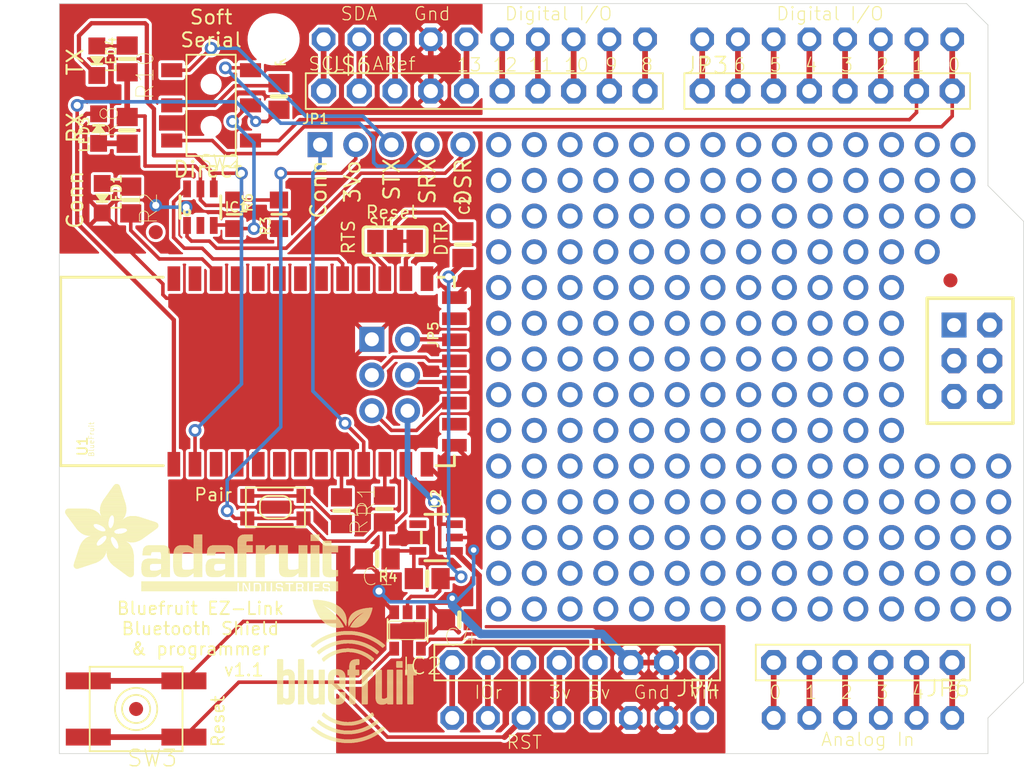
<source format=kicad_pcb>
(kicad_pcb (version 20221018) (generator pcbnew)
  (layers (0 "F.Cu" signal) (31 "B.Cu" signal) (34 "B.Paste" user) (35 "F.Paste" user) (36 "B.SilkS" user "B.Silkscreen") (37 "F.SilkS" user "F.Silkscreen") (38 "B.Mask" user) (39 "F.Mask" user) (44 "Edge.Cuts" user))
  (net 0 "")
  (net 1 "TXD")
  (net 2 "RXD")
  (net 3 "PAIR_LED")
  (net 4 "BT_RESET")
  (net 5 "DSR")
  (net 6 "GND")
  (net 7 "SPI_CS")
  (net 8 "SPI_MOSI")
  (net 9 "SPI_MISO")
  (net 10 "SPI_CLK")
  (net 11 "+5V")
  (net 12 "+3V3")
  (net 13 "PAIR_BTN")
  (net 14 "N$2")
  (net 15 "RXD_5V")
  (net 16 "PAIR_2")
  (net 17 "DTR")
  (net 18 "DSR_5V")
  (net 19 "N$6")
  (net 20 "N$10")
  (net 21 "RTS")
  (net 22 "RTS/DTR")
  (net 23 "STATE")
  (net 24 "D0")
  (net 25 "D1")
  (net 26 "SRX")
  (net 27 "N$8")
  (net 28 "N$9")
  (net 29 "N$11")
  (net 30 "N$12")
  (net 31 "N$13")
  (net 32 "N$14")
  (net 33 "N$15")
  (net 34 "N$16")
  (net 35 "N$17")
  (net 36 "N$18")
  (net 37 "N$19")
  (net 38 "N$20")
  (net 39 "N$21")
  (net 40 "N$22")
  (net 41 "N$23")
  (net 42 "N$24")
  (net 43 "N$25")
  (net 44 "N$27")
  (net 45 "N$28")
  (net 46 "N$29")
  (net 47 "N$30")
  (net 48 "N$31")
  (net 49 "N$32")
  (net 50 "N$26")
  (net 51 "N$33")
  (net 52 "N$34")
  (net 53 "N$35")
  (net 54 "N$36")
  (net 55 "N$37")
  (net 56 "N$38")
  (net 57 "N$39")
  (net 58 "N$40")
  (net 59 "N$41")
  (net 60 "N$42")
  (net 61 "N$43")
  (net 62 "N$44")
  (net 63 "N$45")
  (net 64 "N$46")
  (net 65 "N$47")
  (net 66 "N$48")
  (net 67 "N$49")
  (net 68 "N$50")
  (net 69 "N$51")
  (net 70 "N$52")
  (net 71 "N$53")
  (net 72 "N$54")
  (net 73 "N$55")
  (net 74 "N$56")
  (net 75 "N$57")
  (net 76 "N$58")
  (net 77 "N$59")
  (net 78 "N$60")
  (net 79 "N$63")
  (net 80 "N$64")
  (net 81 "N$65")
  (net 82 "N$66")
  (net 83 "N$67")
  (net 84 "N$68")
  (net 85 "N$69")
  (net 86 "N$70")
  (net 87 "N$71")
  (net 88 "N$72")
  (net 89 "N$73")
  (net 90 "N$74")
  (net 91 "N$75")
  (net 92 "N$76")
  (net 93 "N$77")
  (net 94 "N$78")
  (net 95 "N$79")
  (net 96 "N$80")
  (net 97 "N$81")
  (net 98 "N$82")
  (net 99 "N$83")
  (net 100 "N$84")
  (net 101 "N$85")
  (net 102 "N$86")
  (net 103 "N$87")
  (net 104 "N$88")
  (net 105 "N$89")
  (net 106 "N$90")
  (net 107 "N$91")
  (net 108 "N$92")
  (net 109 "N$93")
  (net 110 "N$94")
  (net 111 "N$95")
  (net 112 "N$96")
  (net 113 "N$97")
  (net 114 "N$98")
  (net 115 "N$99")
  (net 116 "N$100")
  (net 117 "N$101")
  (net 118 "N$102")
  (net 119 "N$103")
  (net 120 "N$104")
  (net 121 "N$105")
  (net 122 "N$106")
  (net 123 "N$107")
  (net 124 "N$108")
  (net 125 "N$109")
  (net 126 "N$110")
  (net 127 "N$111")
  (net 128 "N$112")
  (net 129 "N$113")
  (net 130 "N$114")
  (net 131 "N$115")
  (net 132 "N$116")
  (net 133 "N$117")
  (net 134 "N$118")
  (net 135 "N$119")
  (net 136 "N$120")
  (net 137 "N$121")
  (net 138 "N$122")
  (net 139 "N$123")
  (net 140 "N$124")
  (net 141 "N$125")
  (net 142 "N$126")
  (net 143 "N$127")
  (net 144 "N$128")
  (net 145 "N$129")
  (net 146 "N$130")
  (net 147 "N$131")
  (net 148 "N$132")
  (net 149 "N$133")
  (net 150 "N$134")
  (net 151 "N$135")
  (net 152 "N$136")
  (net 153 "N$137")
  (net 154 "N$138")
  (net 155 "N$139")
  (net 156 "N$140")
  (net 157 "N$141")
  (net 158 "N$142")
  (net 159 "N$143")
  (net 160 "N$144")
  (net 161 "N$145")
  (net 162 "N$146")
  (net 163 "N$147")
  (net 164 "N$148")
  (net 165 "N$149")
  (net 166 "N$150")
  (net 167 "N$151")
  (net 168 "N$152")
  (net 169 "N$153")
  (net 170 "N$154")
  (net 171 "N$155")
  (net 172 "N$156")
  (net 173 "N$157")
  (net 174 "N$158")
  (net 175 "N$159")
  (net 176 "N$160")
  (net 177 "N$161")
  (net 178 "N$162")
  (net 179 "N$163")
  (net 180 "N$164")
  (net 181 "N$165")
  (net 182 "N$166")
  (net 183 "N$167")
  (net 184 "N$168")
  (net 185 "N$169")
  (net 186 "N$170")
  (net 187 "N$171")
  (net 188 "N$172")
  (net 189 "N$173")
  (net 190 "N$174")
  (net 191 "N$175")
  (net 192 "N$176")
  (net 193 "N$177")
  (net 194 "N$178")
  (net 195 "N$179")
  (net 196 "N$180")
  (net 197 "N$181")
  (net 198 "N$182")
  (net 199 "N$183")
  (net 200 "N$184")
  (net 201 "N$185")
  (net 202 "N$186")
  (net 203 "N$187")
  (net 204 "N$188")
  (net 205 "N$189")
  (net 206 "N$190")
  (net 207 "N$191")
  (net 208 "N$192")
  (net 209 "N$193")
  (net 210 "N$194")
  (net 211 "N$195")
  (net 212 "N$196")
  (net 213 "N$197")
  (net 214 "N$198")
  (net 215 "N$199")
  (net 216 "N$200")
  (net 217 "N$201")
  (net 218 "N$202")
  (net 219 "N$203")
  (net 220 "N$204")
  (net 221 "N$205")
  (net 222 "N$206")
  (net 223 "N$207")
  (net 224 "N$208")
  (net 225 "N$209")
  (net 226 "N$210")
  (net 227 "N$211")
  (net 228 "N$212")
  (net 229 "N$213")
  (net 230 "N$214")
  (net 231 "N$215")
  (net 232 "N$216")
  (net 233 "N$217")
  (net 234 "N$218")
  (net 235 "N$219")
  (net 236 "N$220")
  (net 237 "N$221")
  (net 238 "N$222")
  (net 239 "N$223")
  (net 240 "/RESET")
  (net 241 "N$1")
  (net 242 "N$3")
  (net 243 "N$4")
  (net 244 "N$5")
  (net 245 "STX")
  (footprint "working:SOT23-5" (layer "F.Cu") (at 138.9761 122.9106 180)
    (fp_text reference "IC2")
    (fp_text value "74AHC1G07DBV")
  )
  (footprint "working:SOT23-5" (layer "F.Cu") (at 141.0081 116.3066 90)
    (fp_text reference "U2")
    (fp_text value "MIC5225-3.3")
  )
  (footprint "working:1X08-BIG" (layer "F.Cu") (at 151.0411 125.1966 180)
    (fp_text reference "JP4")
    (fp_text value "")
  )
  (footprint "working:0805-NO" (layer "F.Cu") (at 119.0371 87.3506 90)
    (fp_text reference "R8")
    (fp_text value "220")
  )
  (footprint "" (layer "F.Cu") (at 180.2511 96.1136)
    (fp_text reference "@HOLE0" hide)
    (fp_text value "")
  )
  (footprint "working:0805-NO" (layer "F.Cu") (at 142.9131 95.4786 90)
    (fp_text reference "C2")
    (fp_text value "2.2uF")
  )
  (footprint "working:1X10-BIG" (layer "F.Cu") (at 144.4371 84.5566)
    (fp_text reference "U$6")
    (fp_text value "PINHD-1X10")
  )
  (footprint "working:0805-NO" (layer "F.Cu") (at 137.3251 114.2746 90)
    (fp_text reference "R1")
    (fp_text value "10K")
  )
  (footprint "working:EVQ-Q2" (layer "F.Cu") (at 119.6721 128.4986 180)
    (fp_text reference "SW3")
    (fp_text value "SPST_TACT-EVQQ2")
  )
  (footprint "working:0805-NO" (layer "F.Cu") (at 140.3731 119.2276 180)
    (fp_text reference "R4")
    (fp_text value "10K")
  )
  (footprint "working:EG1390" (layer "F.Cu") (at 125.0061 85.5726 90)
    (fp_text reference "SW2")
    (fp_text value "")
  )
  (footprint "working:ADAFRUIT_TEXT_20MM" (layer "F.Cu") (at 114.4651 120.1166)
    (fp_text reference "U$7" hide)
    (fp_text value "" hide)
  )
  (footprint "working:CHIPLED_0805_NOOUTLINE" (layer "F.Cu") (at 117.0051 87.2236)
    (fp_text reference "LED3")
    (fp_text value "Blue")
  )
  (footprint "" (layer "F.Cu") (at 128.1811 129.1336)
    (fp_text reference "@HOLE2" hide)
    (fp_text value "")
  )
  (footprint "working:SOT23-6" (layer "F.Cu") (at 124.2441 92.8116)
    (fp_text reference "IC1")
    (fp_text value "74LVC2G34DBVR")
  )
  (footprint "working:0805-NO" (layer "F.Cu") (at 136.8171 117.8306 180)
    (fp_text reference "C1")
    (fp_text value "10uF")
  )
  (footprint "working:_0805MP" (layer "F.Cu") (at 126.6571 93.3196 -90)
    (fp_text reference "R6")
    (fp_text value "10K")
  )
  (footprint "working:_0805MP" (layer "F.Cu") (at 129.8321 93.3196 90)
    (fp_text reference "R3")
    (fp_text value "10K")
  )
  (footprint "working:FIDUCIAL_1MM" (layer "F.Cu") (at 177.5841 98.0186)
    (fp_text reference "FID2" hide)
    (fp_text value "FIDUCIAL\"\"" hide)
  )
  (footprint "working:SOLDERJUMPER_2WAY_OPEN_NOPASTE" (layer "F.Cu") (at 138.0871 95.2246)
    (fp_text reference "SJ1")
    (fp_text value "")
  )
  (footprint "working:1X06-BIG" (layer "F.Cu") (at 171.3611 125.1966 180)
    (fp_text reference "JP6")
    (fp_text value "")
  )
  (footprint "working:CHIPLED_0805_NOOUTLINE" (layer "F.Cu") (at 116.8781 82.3976 180)
    (fp_text reference "LED4")
    (fp_text value "Blue")
  )
  (footprint "working:CHIPLED_0805_NOOUTLINE" (layer "F.Cu") (at 117.2591 92.1766 180)
    (fp_text reference "LED1")
    (fp_text value "RED")
  )
  (footprint "working:0805-NO" (layer "F.Cu") (at 129.8321 84.9376 90)
    (fp_text reference "R7")
    (fp_text value "47 ohm")
  )
  (footprint "working:0805-NO" (layer "F.Cu") (at 134.2771 114.4016 -90)
    (fp_text reference "R5")
    (fp_text value "2.2K")
  )
  (footprint "working:0805-NO" (layer "F.Cu") (at 142.6591 122.1486 180)
    (fp_text reference "C4")
    (fp_text value "10uF")
  )
  (footprint "working:ARDUINOR3_ICSP" (layer "F.Cu") (at 114.2111 131.6736)
    (fp_text reference "U$5" hide)
    (fp_text value "ARDUINO_R3_ICSP" hide)
    (fp_line (start 0 -53.34) (end 0 0) (stroke (width 0.05)) (layer "Edge.Cuts"))
    (fp_line (start 0 0) (end 66.04 0) (stroke (width 0.05)) (layer "Edge.Cuts"))
    (fp_line (start 64.516 -53.34) (end 0 -53.34) (stroke (width 0.05)) (layer "Edge.Cuts"))
    (fp_line (start 66.04 -51.816) (end 64.516 -53.34) (stroke (width 0.05)) (layer "Edge.Cuts"))
    (fp_line (start 66.04 -40.386) (end 66.04 -51.816) (stroke (width 0.05)) (layer "Edge.Cuts"))
    (fp_line (start 66.04 -2.54) (end 68.58 -5.08) (stroke (width 0.05)) (layer "Edge.Cuts"))
    (fp_line (start 66.04 0) (end 66.04 -2.54) (stroke (width 0.05)) (layer "Edge.Cuts"))
    (fp_line (start 68.58 -37.846) (end 66.04 -40.386) (stroke (width 0.05)) (layer "Edge.Cuts"))
    (fp_line (start 68.58 -5.08) (end 68.58 -37.846) (stroke (width 0.05)) (layer "Edge.Cuts"))
  )
  (footprint "working:BLUEFRUITLOGO_100MM" (layer "F.Cu") (at 129.7051 130.9116)
    (fp_text reference "U$4" hide)
    (fp_text value "" hide)
  )
  (footprint "working:BLUETOOTH_MODULE" (layer "F.Cu") (at 128.3081 104.4956 90)
    (fp_text reference "U1")
    (fp_text value "BlueFruit")
  )
  (footprint "working:FIDUCIAL_1MM" (layer "F.Cu") (at 119.6721 128.4986)
    (fp_text reference "FID1" hide)
    (fp_text value "FIDUCIAL\"\"" hide)
  )
  (footprint "working:FIDUCIAL_1MM" (layer "F.Cu") (at 121.0691 94.5896)
    (fp_text reference "FID3" hide)
    (fp_text value "FIDUCIAL\"\"" hide)
  )
  (footprint "working:0805-NO" (layer "F.Cu") (at 119.2911 92.3036 -90)
    (fp_text reference "R2")
    (fp_text value "1K")
  )
  (footprint "working:1X08-BIG" (layer "F.Cu") (at 168.8211 84.5566)
    (fp_text reference "JP3")
    (fp_text value "")
  )
  (footprint "working:2X03_ROUND_70MIL" (layer "F.Cu") (at 137.7061 104.7496 -90)
    (fp_text reference "JP5")
    (fp_text value "")
  )
  (footprint "working:0805-NO" (layer "F.Cu") (at 119.0371 82.2706 -90)
    (fp_text reference "R10")
    (fp_text value "220")
  )
  (footprint "working:1X05_ROUND_70" (layer "F.Cu") (at 137.8331 88.3666)
    (fp_text reference "JP1")
    (fp_text value "")
  )
  (footprint "working:KMR2" (layer "F.Cu") (at 129.5781 114.1476 180)
    (fp_text reference "SW1" hide)
    (fp_text value "SPST_TACT-KMR2" hide)
  )
  (footprint "" (layer "F.Cu") (at 129.4511 80.8736)
    (fp_text reference "@HOLE1" hide)
    (fp_text value "")
  )
  (gr_line (start 175.9331 99.2886) (end 175.9331 108.1786) (stroke (width 0.254)) (layer "F.SilkS"))
  (gr_line (start 182.0291 108.1786) (end 182.0291 99.2886) (stroke (width 0.254)) (layer "F.SilkS"))
  (gr_line (start 182.0291 99.2886) (end 175.9331 99.2886) (stroke (width 0.254)) (layer "F.SilkS"))
  (gr_line (start 175.9331 108.1786) (end 182.0291 108.1786) (stroke (width 0.254)) (layer "F.SilkS"))
  (gr_text "TX" (at 115.9891 83.5406 90) (layer "F.SilkS") (effects (font (size 1.1176 1.1176) (thickness 0.1524)) (justify left bottom)))
  (gr_text "Direct" (at 122.2121 90.7796) (layer "F.SilkS") (effects (font (size 1.1176 1.1176) (thickness 0.1524)) (justify left bottom)))
  (gr_text "DTR" (at 141.8971 96.3676 90) (layer "F.SilkS") (effects (font (size 0.89408 0.89408) (thickness 0.12192)) (justify left bottom)))
  (gr_text "DSR" (at 142.2781 89.2556 90) (layer "F.SilkS") (effects (font (size 1.1176 1.1176) (thickness 0.1524)) (justify right top)))
  (gr_text "Conn" (at 131.9911 89.3826 90) (layer "F.SilkS") (effects (font (size 1.1176 1.1176) (thickness 0.1524)) (justify right top)))
  (gr_text "Conn" (at 115.9891 94.4626 90) (layer "F.SilkS") (effects (font (size 1.1176 1.1176) (thickness 0.1524)) (justify left bottom)))
  (gr_text "v1.1" (at 128.8161 125.1966) (layer "F.SilkS") (effects (font (size 0.89408 0.89408) (thickness 0.12192)) (justify right top)))
  (gr_text "STX" (at 137.1981 89.2556 90) (layer "F.SilkS") (effects (font (size 1.1176 1.1176) (thickness 0.1524)) (justify right top)))
  (gr_text "SRX" (at 139.7381 89.2556 90) (layer "F.SilkS") (effects (font (size 1.1176 1.1176) (thickness 0.1524)) (justify right top)))
  (gr_text "Pair" (at 123.7361 113.2586) (layer "F.SilkS") (effects (font (size 0.89408 0.89408) (thickness 0.12192)) (justify left)))
  (gr_text "Reset" (at 126.0221 131.2926 90) (layer "F.SilkS") (effects (font (size 0.89408 0.89408) (thickness 0.12192)) (justify left bottom)))
  (gr_text "Bluefruit EZ-Link\nBluetooth Shield\n& programmer" (at 124.2441 122.7836) (layer "F.SilkS") (effects (font (size 0.89408 0.89408) (thickness 0.12192))))
  (gr_text "RTS" (at 135.2931 96.2406 90) (layer "F.SilkS") (effects (font (size 0.89408 0.89408) (thickness 0.12192)) (justify left bottom)))
  (gr_text "RX" (at 115.9891 88.3666 90) (layer "F.SilkS") (effects (font (size 1.1176 1.1176) (thickness 0.1524)) (justify left bottom)))
  (gr_text "Reset" (at 135.9281 93.7006) (layer "F.SilkS") (effects (font (size 0.89408 0.89408) (thickness 0.12192)) (justify left bottom)))
  (gr_text "Soft\nSerial" (at 125.0061 80.1116) (layer "F.SilkS") (effects (font (size 1.00584 1.00584) (thickness 0.13716))))
  (gr_text "3Vo" (at 134.4041 89.3826 90) (layer "F.SilkS") (effects (font (size 1.1176 1.1176) (thickness 0.1524)) (justify right top)))
  (segment (start 129.0041 86.7156) (end 129.8321 85.8876) (width 0.254) (layer "F.Cu") (net 1))
  (segment (start 128.1811 86.7156) (end 129.0041 86.7156) (width 0.254) (layer "F.Cu") (net 1))
  (segment (start 115.4811 86.8426) (end 115.4811 93.9546) (width 0.3048) (layer "F.Cu") (net 1))
  (segment (start 117.0051 86.1736) (end 116.1501 86.1736) (width 0.3048) (layer "F.Cu") (net 1))
  (segment (start 115.4811 93.9546) (end 122.3581 100.8316) (width 0.3048) (layer "F.Cu") (net 1))
  (segment (start 116.1501 86.1736) (end 115.4811 86.8426) (width 0.3048) (layer "F.Cu") (net 1))
  (segment (start 115.4811 85.5726) (end 115.4811 86.8426) (width 0.254) (layer "F.Cu") (net 1))
  (segment (start 122.3581 100.8316) (end 122.3581 111.0956) (width 0.3048) (layer "F.Cu") (net 1))
  (via (at 115.4811 85.5726) (size 0.9064) (drill 0.5) (layers "F.Cu" "B.Cu") (net 1))
  (via (at 128.1811 86.7156) (size 0.8001) (drill 0.3937) (layers "F.Cu" "B.Cu") (net 1))
  (segment (start 126.7841 85.3186) (end 128.1811 86.7156) (width 0.254) (layer "B.Cu") (net 1))
  (segment (start 126.7841 85.3186) (end 115.7351 85.3186) (width 0.254) (layer "B.Cu") (net 1))
  (segment (start 115.7351 85.3186) (end 115.4811 85.5726) (width 0.254) (layer "B.Cu") (net 1))
  (segment (start 120.9421 89.1286) (end 123.8631 89.1286) (width 0.3048) (layer "F.Cu") (net 2))
  (segment (start 120.9421 85.8266) (end 120.9421 89.1286) (width 0.3048) (layer "F.Cu") (net 2))
  (segment (start 116.8781 83.4476) (end 115.6081 82.1776) (width 0.3048) (layer "F.Cu") (net 2))
  (segment (start 125.1941 90.4596) (end 125.1941 90.9066) (width 0.3048) (layer "F.Cu") (net 2))
  (segment (start 116.4971 79.7306) (end 120.3071 79.7306) (width 0.3048) (layer "F.Cu") (net 2))
  (segment (start 125.1941 90.3986) (end 125.1941 90.9066) (width 0.254) (layer "F.Cu") (net 2))
  (segment (start 125.1941 90.9066) (end 125.1941 91.5116) (width 0.3048) (layer "F.Cu") (net 2))
  (segment (start 115.6081 82.1776) (end 115.6081 80.6196) (width 0.3048) (layer "F.Cu") (net 2))
  (segment (start 120.4341 79.8576) (end 120.4341 85.3186) (width 0.3048) (layer "F.Cu") (net 2))
  (segment (start 123.8581 111.0956) (end 123.8631 111.0906) (width 0.254) (layer "F.Cu") (net 2))
  (segment (start 127.1651 90.3986) (end 125.1941 90.3986) (width 0.254) (layer "F.Cu") (net 2))
  (segment (start 120.3071 79.7306) (end 120.4341 79.8576) (width 0.3048) (layer "F.Cu") (net 2))
  (segment (start 123.8631 89.1286) (end 125.1941 90.4596) (width 0.3048) (layer "F.Cu") (net 2))
  (segment (start 123.8631 111.0906) (end 123.8631 108.6866) (width 0.254) (layer "F.Cu") (net 2))
  (segment (start 115.6081 80.6196) (end 116.4971 79.7306) (width 0.3048) (layer "F.Cu") (net 2))
  (segment (start 120.4341 85.3186) (end 120.9421 85.8266) (width 0.3048) (layer "F.Cu") (net 2))
  (via (at 123.8631 108.6866) (size 0.9064) (drill 0.5) (layers "F.Cu" "B.Cu") (net 2))
  (via (at 127.1651 90.3986) (size 0.9064) (drill 0.5) (layers "F.Cu" "B.Cu") (net 2))
  (segment (start 127.1651 105.3846) (end 127.1651 90.3986) (width 0.254) (layer "B.Cu") (net 2))
  (segment (start 123.8631 108.6866) (end 127.1651 105.3846) (width 0.254) (layer "B.Cu") (net 2))
  (segment (start 124.3711 96.4946) (end 121.3231 96.4946) (width 0.254) (layer "F.Cu") (net 3))
  (segment (start 125.3581 97.8956) (end 125.3581 97.4816) (width 0.254) (layer "F.Cu") (net 3))
  (segment (start 125.3581 97.4816) (end 124.3711 96.4946) (width 0.254) (layer "F.Cu") (net 3))
  (segment (start 121.3231 96.4946) (end 119.2911 94.4626) (width 0.254) (layer "F.Cu") (net 3))
  (segment (start 119.2911 94.4626) (end 119.2911 93.2536) (width 0.254) (layer "F.Cu") (net 3))
  (segment (start 137.3581 113.2916) (end 137.3581 111.0956) (width 0.254) (layer "F.Cu") (net 4))
  (segment (start 137.3251 113.3246) (end 137.3581 113.2916) (width 0.254) (layer "F.Cu") (net 4))
  (segment (start 122.3391 92.4306) (end 123.1011 91.6686) (width 0.254) (layer "F.Cu") (net 5))
  (segment (start 124.3711 95.7326) (end 123.1011 95.7326) (width 0.254) (layer "F.Cu") (net 5))
  (segment (start 123.1011 95.7326) (end 122.3391 94.9706) (width 0.254) (layer "F.Cu") (net 5))
  (segment (start 123.1011 91.6686) (end 123.1011 91.7046) (width 0.254) (layer "F.Cu") (net 5))
  (segment (start 125.1331 96.4946) (end 124.3711 95.7326) (width 0.254) (layer "F.Cu") (net 5))
  (segment (start 122.3391 94.9706) (end 122.3391 92.4306) (width 0.254) (layer "F.Cu") (net 5))
  (segment (start 134.0231 96.4946) (end 125.1331 96.4946) (width 0.254) (layer "F.Cu") (net 5))
  (segment (start 134.3581 96.8296) (end 134.0231 96.4946) (width 0.254) (layer "F.Cu") (net 5))
  (segment (start 134.3581 97.8956) (end 134.3581 96.8296) (width 0.254) (layer "F.Cu") (net 5))
  (segment (start 123.1011 91.7046) (end 123.2941 91.5116) (width 0.254) (layer "F.Cu") (net 5))
  (segment (start 154.8511 125.1966) (end 157.3911 125.1966) (width 0.4064) (layer "F.Cu") (net 6))
  (segment (start 136.9441 119.8626) (end 137.0711 119.7356) (width 0.254) (layer "F.Cu") (net 6))
  (segment (start 142.3082 116.3066) (end 143.6751 116.3066) (width 0.254) (layer "F.Cu") (net 6))
  (segment (start 143.6751 116.3066) (end 143.6751 117.1956) (width 0.254) (layer "F.Cu") (net 6))
  (segment (start 123.0721 126.4986) (end 127.2951 122.2756) (width 0.254) (layer "F.Cu") (net 6))
  (segment (start 121.5771 99.0346) (end 121.5771 98.2726) (width 0.254) (layer "F.Cu") (net 6))
  (segment (start 157.3911 125.1966) (end 157.3911 129.1336) (width 0.4064) (layer "F.Cu") (net 6))
  (segment (start 121.8311 99.2886) (end 121.5771 99.0346) (width 0.254) (layer "F.Cu") (net 6))
  (segment (start 136.9441 120.1166) (end 136.9441 119.8626) (width 0.254) (layer "F.Cu") (net 6))
  (segment (start 116.2721 126.4986) (end 123.0721 126.4986) (width 0.4064) (layer "F.Cu") (net 6))
  (segment (start 133.5151 99.2886) (end 121.8311 99.2886) (width 0.254) (layer "F.Cu") (net 6))
  (segment (start 127.2951 122.2756) (end 134.1501 122.2756) (width 0.254) (layer "F.Cu") (net 6))
  (segment (start 121.5771 98.2726) (end 118.5291 95.2246) (width 0.254) (layer "F.Cu") (net 6))
  (segment (start 140.6271 80.8736) (end 140.6271 84.5566) (width 0.4064) (layer "F.Cu") (net 6))
  (segment (start 136.4361 102.2096) (end 133.5151 99.2886) (width 0.254) (layer "F.Cu") (net 6))
  (segment (start 121.0691 92.6846) (end 120.8151 92.6846) (width 0.254) (layer "F.Cu") (net 6))
  (via (at 143.6751 117.1956) (size 0.8001) (drill 0.3937) (layers "F.Cu" "B.Cu") (net 6))
  (via (at 142.1511 120.6246) (size 0.8001) (drill 0.3937) (layers "F.Cu" "B.Cu") (net 6))
  (via (at 123.2281 92.8116) (size 0.9064) (drill 0.5) (layers "F.Cu" "B.Cu") (net 6))
  (via (at 121.0691 92.6846) (size 0.9064) (drill 0.5) (layers "F.Cu" "B.Cu") (net 6))
  (via (at 136.9441 120.1166) (size 0.9064) (drill 0.5) (layers "F.Cu" "B.Cu") (net 6))
  (segment (start 152.8191 123.1646) (end 144.1831 123.1646) (width 0.6096) (layer "B.Cu") (net 6))
  (segment (start 121.3231 92.6846) (end 121.0691 92.6846) (width 0.254) (layer "B.Cu") (net 6))
  (segment (start 142.4051 120.8786) (end 142.1511 120.6246) (width 0.254) (layer "B.Cu") (net 6))
  (segment (start 142.1511 121.1326) (end 142.1511 120.6246) (width 0.6096) (layer "B.Cu") (net 6))
  (segment (start 121.4501 92.8116) (end 121.3231 92.6846) (width 0.254) (layer "B.Cu") (net 6))
  (segment (start 137.7061 120.8786) (end 136.9441 120.1166) (width 0.254) (layer "B.Cu") (net 6))
  (segment (start 143.6751 119.6086) (end 143.6751 117.1956) (width 0.254) (layer "B.Cu") (net 6))
  (segment (start 154.8511 125.1966) (end 152.8191 123.1646) (width 0.6096) (layer "B.Cu") (net 6))
  (segment (start 142.4051 120.8786) (end 143.6751 119.6086) (width 0.254) (layer "B.Cu") (net 6))
  (segment (start 137.7061 120.8786) (end 142.4051 120.8786) (width 0.254) (layer "B.Cu") (net 6))
  (segment (start 144.1831 123.1646) (end 142.1511 121.1326) (width 0.6096) (layer "B.Cu") (net 6))
  (segment (start 123.2281 92.8116) (end 121.4501 92.8116) (width 0.254) (layer "B.Cu") (net 6))
  (segment (start 137.8331 108.6866) (end 139.6111 108.6866) (width 0.254) (layer "F.Cu") (net 7))
  (segment (start 139.6111 108.6866) (end 141.5521 106.7456) (width 0.254) (layer "F.Cu") (net 7))
  (segment (start 136.4361 107.2896) (end 137.8331 108.6866) (width 0.254) (layer "F.Cu") (net 7))
  (segment (start 141.5521 106.7456) (end 142.3081 106.7456) (width 0.254) (layer "F.Cu") (net 7))
  (segment (start 139.4721 105.2456) (end 142.3081 105.2456) (width 0.3048) (layer "F.Cu") (net 8))
  (segment (start 138.9761 104.7496) (end 139.4721 105.2456) (width 0.3048) (layer "F.Cu") (net 8))
  (segment (start 137.9601 103.4796) (end 140.2461 103.4796) (width 0.254) (layer "F.Cu") (net 9))
  (segment (start 136.4361 104.7496) (end 136.6901 104.7496) (width 0.254) (layer "F.Cu") (net 9))
  (segment (start 140.5121 103.7456) (end 142.3081 103.7456) (width 0.254) (layer "F.Cu") (net 9))
  (segment (start 136.6901 104.7496) (end 137.9601 103.4796) (width 0.254) (layer "F.Cu") (net 9))
  (segment (start 140.2461 103.4796) (end 140.5121 103.7456) (width 0.254) (layer "F.Cu") (net 9))
  (segment (start 142.4711 102.0826) (end 142.3081 102.2456) (width 0.3048) (layer "F.Cu") (net 10))
  (segment (start 142.9131 102.0826) (end 142.4711 102.0826) (width 0.3048) (layer "F.Cu") (net 10))
  (segment (start 138.9761 102.2096) (end 142.7861 102.2096) (width 0.3048) (layer "F.Cu") (net 10))
  (segment (start 142.7861 102.2096) (end 142.9131 102.0826) (width 0.3048) (layer "F.Cu") (net 10))
  (segment (start 142.3082 117.1956) (end 142.3082 117.2566) (width 0.254) (layer "F.Cu") (net 11))
  (segment (start 143.6091 122.1486) (end 143.8631 122.4026) (width 0.254) (layer "F.Cu") (net 11))
  (segment (start 139.9261 124.2106) (end 140.5911 123.5456) (width 0.254) (layer "F.Cu") (net 11))
  (segment (start 142.3082 117.2566) (end 144.0561 119.0045) (width 0.4064) (layer "F.Cu") (net 11))
  (segment (start 152.3111 125.1966) (end 152.3111 123.4186) (width 0.4064) (layer "F.Cu") (net 11))
  (segment (start 144.0561 119.0045) (end 144.0561 122.4026) (width 0.4064) (layer "F.Cu") (net 11))
  (segment (start 142.3082 115.3566) (end 141.2621 115.3566) (width 0.254) (layer "F.Cu") (net 11))
  (segment (start 141.2621 115.3566) (end 141.2621 117.1956) (width 0.254) (layer "F.Cu") (net 11))
  (segment (start 143.1671 123.1646) (end 144.0561 123.1646) (width 0.254) (layer "F.Cu") (net 11))
  (segment (start 143.8631 122.4026) (end 144.0561 122.4026) (width 0.254) (layer "F.Cu") (net 11))
  (segment (start 152.3111 129.1336) (end 152.3111 125.1966) (width 0.4064) (layer "F.Cu") (net 11))
  (segment (start 141.2621 117.1956) (end 142.3082 117.1956) (width 0.254) (layer "F.Cu") (net 11))
  (segment (start 140.5911 123.5456) (end 142.7861 123.5456) (width 0.254) (layer "F.Cu") (net 11))
  (segment (start 140.8811 113.7666) (end 141.2621 114.1476) (width 0.4064) (layer "F.Cu") (net 11))
  (segment (start 142.7861 123.5456) (end 143.1671 123.1646) (width 0.254) (layer "F.Cu") (net 11))
  (segment (start 152.3111 123.4186) (end 152.0571 123.1646) (width 0.4064) (layer "F.Cu") (net 11))
  (segment (start 141.2621 114.1476) (end 141.2621 115.3566) (width 0.4064) (layer "F.Cu") (net 11))
  (segment (start 152.0571 123.1646) (end 144.0561 123.1646) (width 0.4064) (layer "F.Cu") (net 11))
  (segment (start 144.0561 122.4026) (end 144.0561 123.1646) (width 0.4064) (layer "F.Cu") (net 11))
  (via (at 140.8811 113.7666) (size 0.9064) (drill 0.5) (layers "F.Cu" "B.Cu") (net 11))
  (segment (start 138.9761 107.2896) (end 138.9761 111.8616) (width 0.4064) (layer "B.Cu") (net 11))
  (segment (start 138.9761 111.8616) (end 140.8811 113.7666) (width 0.4064) (layer "B.Cu") (net 11))
  (segment (start 138.8491 114.5286) (end 138.1531 115.2246) (width 0.254) (layer "F.Cu") (net 12))
  (segment (start 137.3251 117.3886) (end 137.7671 117.8306) (width 0.254) (layer "F.Cu") (net 12))
  (segment (start 133.1911 116.5606) (end 135.9891 116.5606) (width 0.254) (layer "F.Cu") (net 12))
  (segment (start 138.8491 111.1046) (end 138.8491 114.5286) (width 0.254) (layer "F.Cu") (net 12))
  (segment (start 137.7671 118.0236) (end 137.7671 117.8306) (width 0.254) (layer "F.Cu") (net 12))
  (segment (start 127.5781 114.9476) (end 131.5781 114.9476) (width 0.254) (layer "F.Cu") (net 12))
  (segment (start 119.1031 86.3346) (end 119.0371 86.4006) (width 0.254) (layer "F.Cu") (net 12))
  (segment (start 138.3411 117.2566) (end 139.708 117.2566) (width 0.254) (layer "F.Cu") (net 12))
  (segment (start 120.3071 86.3346) (end 119.1031 86.3346) (width 0.254) (layer "F.Cu") (net 12))
  (segment (start 127.5781 114.9476) (end 126.6951 114.9476) (width 0.254) (layer "F.Cu") (net 12))
  (segment (start 138.1531 115.2246) (end 137.3251 115.2246) (width 0.254) (layer "F.Cu") (net 12))
  (segment (start 129.9591 90.3986) (end 134.2771 90.3986) (width 0.254) (layer "F.Cu") (net 12))
  (segment (start 137.3251 115.2246) (end 137.3251 117.3886) (width 0.254) (layer "F.Cu") (net 12))
  (segment (start 124.2441 91.5116) (end 124.2441 92.3036) (width 0.254) (layer "F.Cu") (net 12))
  (segment (start 129.9591 92.1766) (end 129.9591 90.3986) (width 0.254) (layer "F.Cu") (net 12))
  (segment (start 131.5781 114.9476) (end 133.1911 116.5606) (width 0.254) (layer "F.Cu") (net 12))
  (segment (start 139.708 117.2566) (end 139.4231 117.2566) (width 0.254) (layer "F.Cu") (net 12))
  (segment (start 119.0371 83.2206) (end 119.0371 86.4006) (width 0.4064) (layer "F.Cu") (net 12))
  (segment (start 137.7671 117.8306) (end 138.3411 117.2566) (width 0.254) (layer "F.Cu") (net 12))
  (segment (start 126.6571 92.3036) (end 129.8321 92.3036) (width 0.254) (layer "F.Cu") (net 12))
  (segment (start 129.8321 92.3036) (end 129.9591 92.1766) (width 0.254) (layer "F.Cu") (net 12))
  (segment (start 126.2761 92.6846) (end 126.6571 92.3036) (width 0.254) (layer "F.Cu") (net 12))
  (segment (start 134.2771 90.3986) (end 135.2931 89.3826) (width 0.254) (layer "F.Cu") (net 12))
  (segment (start 124.2441 91.5116) (end 124.2441 90.2716) (width 0.254) (layer "F.Cu") (net 12))
  (segment (start 124.6251 92.6846) (end 126.2761 92.6846) (width 0.254) (layer "F.Cu") (net 12))
  (segment (start 126.6951 114.9476) (end 126.1491 114.4016) (width 0.254) (layer "F.Cu") (net 12))
  (segment (start 124.2441 92.3036) (end 124.6251 92.6846) (width 0.254) (layer "F.Cu") (net 12))
  (segment (start 135.9891 116.5606) (end 137.3251 115.2246) (width 0.254) (layer "F.Cu") (net 12))
  (segment (start 124.2441 90.2716) (end 123.8631 89.8906) (width 0.254) (layer "F.Cu") (net 12))
  (segment (start 123.8631 89.8906) (end 120.3071 89.8906) (width 0.254) (layer "F.Cu") (net 12))
  (segment (start 135.2931 89.3826) (end 135.2931 88.3666) (width 0.254) (layer "F.Cu") (net 12))
  (segment (start 139.4231 117.2566) (end 139.4231 119.2276) (width 0.254) (layer "F.Cu") (net 12))
  (segment (start 138.8581 111.0956) (end 138.8491 111.1046) (width 0.254) (layer "F.Cu") (net 12))
  (segment (start 120.3071 89.8906) (end 120.3071 86.3346) (width 0.254) (layer "F.Cu") (net 12))
  (via (at 126.1491 114.4016) (size 0.9064) (drill 0.5) (layers "F.Cu" "B.Cu") (net 12))
  (via (at 129.9591 90.3986) (size 0.9064) (drill 0.5) (layers "F.Cu" "B.Cu") (net 12))
  (segment (start 126.1491 112.2426) (end 129.9591 108.4326) (width 0.254) (layer "B.Cu") (net 12))
  (segment (start 126.1491 114.4016) (end 126.1491 112.2426) (width 0.254) (layer "B.Cu") (net 12))
  (segment (start 129.9591 108.4326) (end 129.9591 90.3986) (width 0.254) (layer "B.Cu") (net 12))
  (segment (start 134.3581 111.0956) (end 134.2771 111.1766) (width 0.254) (layer "F.Cu") (net 13))
  (segment (start 134.2771 111.1766) (end 134.2771 113.4516) (width 0.254) (layer "F.Cu") (net 13))
  (segment (start 119.0641 91.1266) (end 119.2911 91.3536) (width 0.4064) (layer "F.Cu") (net 14))
  (segment (start 117.2591 91.1266) (end 119.0641 91.1266) (width 0.4064) (layer "F.Cu") (net 14))
  (segment (start 128.0541 94.3356) (end 126.6571 94.3356) (width 0.254) (layer "F.Cu") (net 15))
  (segment (start 127.6731 85.5726) (end 127.8061 85.5726) (width 0.254) (layer "F.Cu") (net 15))
  (segment (start 125.2241 94.0816) (end 125.1941 94.1116) (width 0.254) (layer "F.Cu") (net 15))
  (segment (start 126.6571 94.3356) (end 127.0381 94.3356) (width 0.254) (layer "F.Cu") (net 15))
  (segment (start 126.4031 94.0816) (end 125.2241 94.0816) (width 0.254) (layer "F.Cu") (net 15))
  (segment (start 126.5301 86.7156) (end 127.6731 85.5726) (width 0.254) (layer "F.Cu") (net 15))
  (segment (start 126.4031 94.0816) (end 126.6571 94.3356) (width 0.254) (layer "F.Cu") (net 15))
  (via (at 128.0541 94.3356) (size 0.9064) (drill 0.5) (layers "F.Cu" "B.Cu") (net 15))
  (via (at 126.5301 86.7156) (size 0.9064) (drill 0.5) (layers "F.Cu" "B.Cu") (net 15))
  (segment (start 128.0541 88.2396) (end 128.0541 94.3356) (width 0.254) (layer "B.Cu") (net 15))
  (segment (start 126.5301 86.7156) (end 128.0541 88.2396) (width 0.254) (layer "B.Cu") (net 15))
  (segment (start 131.6161 113.3856) (end 131.5781 113.3476) (width 0.254) (layer "F.Cu") (net 16))
  (segment (start 133.9571 115.3516) (end 131.9911 113.3856) (width 0.254) (layer "F.Cu") (net 16))
  (segment (start 134.2771 115.3516) (end 133.9571 115.3516) (width 0.254) (layer "F.Cu") (net 16))
  (segment (start 131.5781 113.3476) (end 127.5781 113.3476) (width 0.254) (layer "F.Cu") (net 16))
  (segment (start 131.9911 113.3856) (end 131.6161 113.3856) (width 0.254) (layer "F.Cu") (net 16))
  (segment (start 138.8581 96.4856) (end 139.3571 95.9866) (width 0.3048) (layer "F.Cu") (net 17))
  (segment (start 139.3571 95.9866) (end 139.3571 95.3516) (width 0.3048) (layer "F.Cu") (net 17))
  (segment (start 138.8581 97.8956) (end 138.8581 96.4856) (width 0.3048) (layer "F.Cu") (net 17))
  (segment (start 139.3571 95.3516) (end 139.4841 95.2246) (width 0.3048) (layer "F.Cu") (net 17))
  (segment (start 129.8321 94.3356) (end 129.8321 95.7326) (width 0.254) (layer "F.Cu") (net 18))
  (segment (start 124.8791 95.2246) (end 125.3871 95.7326) (width 0.254) (layer "F.Cu") (net 18))
  (segment (start 123.2941 94.9096) (end 123.2941 94.1116) (width 0.254) (layer "F.Cu") (net 18))
  (segment (start 130.3401 95.7326) (end 135.6741 90.3986) (width 0.254) (layer "F.Cu") (net 18))
  (segment (start 142.9131 89.1286) (end 142.9131 88.3666) (width 0.254) (layer "F.Cu") (net 18))
  (segment (start 123.6091 95.2246) (end 123.2941 94.9096) (width 0.254) (layer "F.Cu") (net 18))
  (segment (start 129.8321 95.7326) (end 130.3401 95.7326) (width 0.254) (layer "F.Cu") (net 18))
  (segment (start 135.6741 90.3986) (end 141.6431 90.3986) (width 0.254) (layer "F.Cu") (net 18))
  (segment (start 141.6431 90.3986) (end 142.9131 89.1286) (width 0.254) (layer "F.Cu") (net 18))
  (segment (start 124.8791 95.2246) (end 123.6091 95.2246) (width 0.254) (layer "F.Cu") (net 18))
  (segment (start 125.3871 95.7326) (end 129.8321 95.7326) (width 0.254) (layer "F.Cu") (net 18))
  (segment (start 117.0051 88.2736) (end 119.0101 88.2736) (width 0.4064) (layer "F.Cu") (net 19))
  (segment (start 119.0101 88.2736) (end 119.0371 88.3006) (width 0.4064) (layer "F.Cu") (net 19))
  (segment (start 119.0101 81.3476) (end 116.8781 81.3476) (width 0.254) (layer "F.Cu") (net 20))
  (segment (start 119.0371 81.3206) (end 119.0101 81.3476) (width 0.254) (layer "F.Cu") (net 20))
  (segment (start 137.3581 97.8956) (end 137.3581 97.0356) (width 0.3048) (layer "F.Cu") (net 21))
  (segment (start 137.3581 97.0356) (end 136.5631 96.2406) (width 0.3048) (layer "F.Cu") (net 21))
  (segment (start 136.5631 96.2406) (end 136.5631 95.3516) (width 0.3048) (layer "F.Cu") (net 21))
  (segment (start 136.5631 95.3516) (end 136.6901 95.2246) (width 0.3048) (layer "F.Cu") (net 21))
  (segment (start 138.8491 93.1926) (end 141.5771 93.1926) (width 0.3048) (layer "F.Cu") (net 22))
  (segment (start 138.0871 93.9546) (end 138.8491 93.1926) (width 0.3048) (layer "F.Cu") (net 22))
  (segment (start 138.0871 95.2246) (end 139.6111 95.2246) (width 0.254) (layer "F.Cu") (net 22))
  (segment (start 141.5771 93.1926) (end 142.9131 94.5286) (width 0.3048) (layer "F.Cu") (net 22))
  (segment (start 138.0871 95.2246) (end 138.0871 93.9546) (width 0.3048) (layer "F.Cu") (net 22))
  (segment (start 139.6111 95.2246) (end 139.7381 95.3516) (width 0.254) (layer "F.Cu") (net 22))
  (segment (start 135.8581 111.0956) (end 135.8581 109.5056) (width 0.254) (layer "F.Cu") (net 23))
  (segment (start 135.8581 109.5056) (end 134.5311 108.1786) (width 0.254) (layer "F.Cu") (net 23))
  (via (at 134.5311 108.1786) (size 0.9064) (drill 0.5) (layers "F.Cu" "B.Cu") (net 23))
  (segment (start 132.7531 89.8906) (end 132.7531 88.3666) (width 0.254) (layer "B.Cu") (net 23))
  (segment (start 132.2451 90.3986) (end 132.7531 89.8906) (width 0.254) (layer "B.Cu") (net 23))
  (segment (start 134.5311 108.1786) (end 132.2451 105.8926) (width 0.254) (layer "B.Cu") (net 23))
  (segment (start 132.2451 105.8926) (end 132.2451 90.3986) (width 0.254) (layer "B.Cu") (net 23))
  (segment (start 177.7111 80.8736) (end 177.7111 84.5566) (width 0.4064) (layer "F.Cu") (net 24))
  (segment (start 126.0221 89.0016) (end 129.7051 89.0016) (width 0.254) (layer "F.Cu") (net 24))
  (segment (start 177.7111 84.5566) (end 177.7111 86.3346) (width 0.254) (layer "F.Cu") (net 24))
  (segment (start 122.2061 88.0726) (end 125.0931 88.0726) (width 0.254) (layer "F.Cu") (net 24))
  (segment (start 177.7111 86.3346) (end 176.9491 87.0966) (width 0.254) (layer "F.Cu") (net 24))
  (segment (start 176.9491 87.0966) (end 131.6101 87.0966) (width 0.254) (layer "F.Cu") (net 24))
  (segment (start 129.7051 89.0016) (end 131.6101 87.0966) (width 0.254) (layer "F.Cu") (net 24))
  (segment (start 125.0931 88.0726) (end 126.0221 89.0016) (width 0.254) (layer "F.Cu") (net 24))
  (segment (start 175.1711 84.5566) (end 175.1711 86.0806) (width 0.254) (layer "F.Cu") (net 25))
  (segment (start 174.6631 86.5886) (end 131.3221 86.5886) (width 0.254) (layer "F.Cu") (net 25))
  (segment (start 175.1711 86.0806) (end 174.6631 86.5886) (width 0.254) (layer "F.Cu") (net 25))
  (segment (start 175.1711 80.8736) (end 175.1711 84.5566) (width 0.4064) (layer "F.Cu") (net 25))
  (segment (start 129.8381 88.0726) (end 127.8061 88.0726) (width 0.254) (layer "F.Cu") (net 25))
  (segment (start 131.3221 86.5886) (end 129.8381 88.0726) (width 0.254) (layer "F.Cu") (net 25))
  (segment (start 126.0221 82.9056) (end 127.6391 82.9056) (width 0.254) (layer "F.Cu") (net 26))
  (segment (start 127.8061 83.0726) (end 127.6391 82.9056) (width 0.254) (layer "F.Cu") (net 26))
  (via (at 126.0221 82.9056) (size 0.9064) (drill 0.5) (layers "F.Cu" "B.Cu") (net 26))
  (segment (start 136.8171 89.8906) (end 136.5631 89.6366) (width 0.254) (layer "B.Cu") (net 26))
  (segment (start 136.5631 89.6366) (end 136.5631 87.8586) (width 0.254) (layer "B.Cu") (net 26))
  (segment (start 136.5631 87.8586) (end 135.5471 86.8426) (width 0.254) (layer "B.Cu") (net 26))
  (segment (start 140.3731 88.3666) (end 138.8491 89.8906) (width 0.254) (layer "B.Cu") (net 26))
  (segment (start 138.8491 89.8906) (end 136.8171 89.8906) (width 0.254) (layer "B.Cu") (net 26))
  (segment (start 135.5471 86.8426) (end 129.9591 86.8426) (width 0.254) (layer "B.Cu") (net 26))
  (segment (start 129.9591 86.8426) (end 126.0221 82.9056) (width 0.254) (layer "B.Cu") (net 26))
  (segment (start 165.0111 80.8736) (end 165.0111 84.5566) (width 0.4064) (layer "F.Cu") (net 27))
  (segment (start 167.5511 80.8736) (end 167.5511 84.5566) (width 0.4064) (layer "F.Cu") (net 28))
  (segment (start 170.0911 80.8736) (end 170.0911 84.5566) (width 0.4064) (layer "F.Cu") (net 29))
  (segment (start 172.6311 80.8736) (end 172.6311 84.5566) (width 0.4064) (layer "F.Cu") (net 30))
  (segment (start 159.9311 129.1336) (end 159.9311 125.1966) (width 0.4064) (layer "F.Cu") (net 31))
  (segment (start 149.7711 129.1336) (end 149.7711 125.1966) (width 0.4064) (layer "F.Cu") (net 32))
  (segment (start 144.6911 129.1336) (end 144.6911 125.1966) (width 0.4064) (layer "F.Cu") (net 33))
  (segment (start 142.1511 129.1336) (end 142.1511 125.1966) (width 0.4064) (layer "F.Cu") (net 34))
  (segment (start 177.7111 129.1336) (end 177.7111 125.1966) (width 0.4064) (layer "F.Cu") (net 35))
  (segment (start 175.1711 125.1966) (end 175.1711 129.1336) (width 0.4064) (layer "F.Cu") (net 36))
  (segment (start 172.6311 125.1966) (end 172.6311 129.1336) (width 0.4064) (layer "F.Cu") (net 37))
  (segment (start 170.0911 125.1966) (end 170.0911 129.1336) (width 0.4064) (layer "F.Cu") (net 38))
  (segment (start 167.5511 125.1966) (end 167.5511 129.1336) (width 0.4064) (layer "F.Cu") (net 39))
  (segment (start 165.0111 125.1966) (end 165.0111 129.1336) (width 0.4064) (layer "F.Cu") (net 40))
  (segment (start 133.0071 80.8736) (end 133.0071 84.5566) (width 0.4064) (layer "F.Cu") (net 41))
  (segment (start 135.5471 80.8736) (end 135.5471 84.5566) (width 0.4064) (layer "F.Cu") (net 42))
  (segment (start 138.0871 80.8736) (end 138.0871 84.5566) (width 0.4064) (layer "F.Cu") (net 43))
  (segment (start 143.1671 80.8736) (end 143.1671 84.5566) (width 0.4064) (layer "F.Cu") (net 44))
  (segment (start 145.7071 80.8736) (end 145.7071 84.5566) (width 0.4064) (layer "F.Cu") (net 45))
  (segment (start 148.2471 80.8736) (end 148.2471 84.5566) (width 0.4064) (layer "F.Cu") (net 46))
  (segment (start 150.7871 80.8736) (end 150.7871 84.5566) (width 0.4064) (layer "F.Cu") (net 47))
  (segment (start 153.3271 80.8736) (end 153.3271 84.5566) (width 0.4064) (layer "F.Cu") (net 48))
  (segment (start 155.8671 80.8736) (end 155.8671 84.5566) (width 0.4064) (layer "F.Cu") (net 49))
  (via (at 173.3931 88.3666) (size 1.778) (drill 1.1) (layers "F.Cu" "B.Cu") (net 50))
  (via (at 173.3931 90.9066) (size 1.778) (drill 1.1) (layers "F.Cu" "B.Cu") (net 51))
  (via (at 173.3931 93.4466) (size 1.778) (drill 1.1) (layers "F.Cu" "B.Cu") (net 52))
  (via (at 173.3931 95.9866) (size 1.778) (drill 1.1) (layers "F.Cu" "B.Cu") (net 53))
  (via (at 173.3931 98.5266) (size 1.778) (drill 1.1) (layers "F.Cu" "B.Cu") (net 54))
  (via (at 173.3931 101.0666) (size 1.778) (drill 1.1) (layers "F.Cu" "B.Cu") (net 55))
  (via (at 173.3931 103.6066) (size 1.778) (drill 1.1) (layers "F.Cu" "B.Cu") (net 56))
  (via (at 173.3931 106.1466) (size 1.778) (drill 1.1) (layers "F.Cu" "B.Cu") (net 57))
  (via (at 173.3931 108.6866) (size 1.778) (drill 1.1) (layers "F.Cu" "B.Cu") (net 58))
  (via (at 173.3931 111.2266) (size 1.778) (drill 1.1) (layers "F.Cu" "B.Cu") (net 59))
  (via (at 173.3931 116.3066) (size 1.778) (drill 1.1) (layers "F.Cu" "B.Cu") (net 60))
  (via (at 173.3931 113.7666) (size 1.778) (drill 1.1) (layers "F.Cu" "B.Cu") (net 61))
  (via (at 173.3931 118.8466) (size 1.778) (drill 1.1) (layers "F.Cu" "B.Cu") (net 62))
  (via (at 173.3931 121.3866) (size 1.778) (drill 1.1) (layers "F.Cu" "B.Cu") (net 63))
  (via (at 175.9331 121.3866) (size 1.778) (drill 1.1) (layers "F.Cu" "B.Cu") (net 64))
  (via (at 178.4731 121.3866) (size 1.778) (drill 1.1) (layers "F.Cu" "B.Cu") (net 65))
  (via (at 178.4731 118.8466) (size 1.778) (drill 1.1) (layers "F.Cu" "B.Cu") (net 66))
  (via (at 175.9331 118.8466) (size 1.778) (drill 1.1) (layers "F.Cu" "B.Cu") (net 67))
  (via (at 175.9331 116.3066) (size 1.778) (drill 1.1) (layers "F.Cu" "B.Cu") (net 68))
  (via (at 181.0131 116.3066) (size 1.778) (drill 1.1) (layers "F.Cu" "B.Cu") (net 69))
  (via (at 181.0131 118.8466) (size 1.778) (drill 1.1) (layers "F.Cu" "B.Cu") (net 70))
  (via (at 181.0131 121.3866) (size 1.778) (drill 1.1) (layers "F.Cu" "B.Cu") (net 71))
  (via (at 178.4731 116.3066) (size 1.778) (drill 1.1) (layers "F.Cu" "B.Cu") (net 72))
  (via (at 181.0131 113.7666) (size 1.778) (drill 1.1) (layers "F.Cu" "B.Cu") (net 73))
  (via (at 178.4731 113.7666) (size 1.778) (drill 1.1) (layers "F.Cu" "B.Cu") (net 74))
  (via (at 175.9331 113.7666) (size 1.778) (drill 1.1) (layers "F.Cu" "B.Cu") (net 75))
  (via (at 175.9331 111.2266) (size 1.778) (drill 1.1) (layers "F.Cu" "B.Cu") (net 76))
  (via (at 178.4731 111.2266) (size 1.778) (drill 1.1) (layers "F.Cu" "B.Cu") (net 77))
  (via (at 181.0131 111.2266) (size 1.778) (drill 1.1) (layers "F.Cu" "B.Cu") (net 78))
  (via (at 175.9331 95.9866) (size 1.778) (drill 1.1) (layers "F.Cu" "B.Cu") (net 79))
  (via (at 175.9331 93.4466) (size 1.778) (drill 1.1) (layers "F.Cu" "B.Cu") (net 80))
  (via (at 178.4731 93.4466) (size 1.778) (drill 1.1) (layers "F.Cu" "B.Cu") (net 81))
  (via (at 178.4731 90.9066) (size 1.778) (drill 1.1) (layers "F.Cu" "B.Cu") (net 82))
  (via (at 175.9331 90.9066) (size 1.778) (drill 1.1) (layers "F.Cu" "B.Cu") (net 83))
  (via (at 175.9331 88.3666) (size 1.778) (drill 1.1) (layers "F.Cu" "B.Cu") (net 84))
  (via (at 178.4731 88.3666) (size 1.778) (drill 1.1) (layers "F.Cu" "B.Cu") (net 85))
  (via (at 170.8531 88.3666) (size 1.778) (drill 1.1) (layers "F.Cu" "B.Cu") (net 86))
  (via (at 170.8531 90.9066) (size 1.778) (drill 1.1) (layers "F.Cu" "B.Cu") (net 87))
  (via (at 170.8531 93.4466) (size 1.778) (drill 1.1) (layers "F.Cu" "B.Cu") (net 88))
  (via (at 170.8531 95.9866) (size 1.778) (drill 1.1) (layers "F.Cu" "B.Cu") (net 89))
  (via (at 170.8531 101.0666) (size 1.778) (drill 1.1) (layers "F.Cu" "B.Cu") (net 90))
  (via (at 170.8531 98.5266) (size 1.778) (drill 1.1) (layers "F.Cu" "B.Cu") (net 91))
  (via (at 170.8531 103.6066) (size 1.778) (drill 1.1) (layers "F.Cu" "B.Cu") (net 92))
  (via (at 170.8531 106.1466) (size 1.778) (drill 1.1) (layers "F.Cu" "B.Cu") (net 93))
  (via (at 170.8531 108.6866) (size 1.778) (drill 1.1) (layers "F.Cu" "B.Cu") (net 94))
  (via (at 170.8531 111.2266) (size 1.778) (drill 1.1) (layers "F.Cu" "B.Cu") (net 95))
  (via (at 170.8531 113.7666) (size 1.778) (drill 1.1) (layers "F.Cu" "B.Cu") (net 96))
  (via (at 170.8531 116.3066) (size 1.778) (drill 1.1) (layers "F.Cu" "B.Cu") (net 97))
  (via (at 170.8531 118.8466) (size 1.778) (drill 1.1) (layers "F.Cu" "B.Cu") (net 98))
  (via (at 170.8531 121.3866) (size 1.778) (drill 1.1) (layers "F.Cu" "B.Cu") (net 99))
  (via (at 168.3131 121.3866) (size 1.778) (drill 1.1) (layers "F.Cu" "B.Cu") (net 100))
  (via (at 165.7731 121.3866) (size 1.778) (drill 1.1) (layers "F.Cu" "B.Cu") (net 101))
  (via (at 165.7731 118.8466) (size 1.778) (drill 1.1) (layers "F.Cu" "B.Cu") (net 102))
  (via (at 168.3131 118.8466) (size 1.778) (drill 1.1) (layers "F.Cu" "B.Cu") (net 103))
  (via (at 168.3131 116.3066) (size 1.778) (drill 1.1) (layers "F.Cu" "B.Cu") (net 104))
  (via (at 165.7731 116.3066) (size 1.778) (drill 1.1) (layers "F.Cu" "B.Cu") (net 105))
  (via (at 165.7731 113.7666) (size 1.778) (drill 1.1) (layers "F.Cu" "B.Cu") (net 106))
  (via (at 168.3131 113.7666) (size 1.778) (drill 1.1) (layers "F.Cu" "B.Cu") (net 107))
  (via (at 168.3131 111.2266) (size 1.778) (drill 1.1) (layers "F.Cu" "B.Cu") (net 108))
  (via (at 165.7731 111.2266) (size 1.778) (drill 1.1) (layers "F.Cu" "B.Cu") (net 109))
  (via (at 165.7731 108.6866) (size 1.778) (drill 1.1) (layers "F.Cu" "B.Cu") (net 110))
  (via (at 168.3131 108.6866) (size 1.778) (drill 1.1) (layers "F.Cu" "B.Cu") (net 111))
  (via (at 168.3131 106.1466) (size 1.778) (drill 1.1) (layers "F.Cu" "B.Cu") (net 112))
  (via (at 165.7731 106.1466) (size 1.778) (drill 1.1) (layers "F.Cu" "B.Cu") (net 113))
  (via (at 165.7731 103.6066) (size 1.778) (drill 1.1) (layers "F.Cu" "B.Cu") (net 114))
  (via (at 168.3131 103.6066) (size 1.778) (drill 1.1) (layers "F.Cu" "B.Cu") (net 115))
  (via (at 168.3131 101.0666) (size 1.778) (drill 1.1) (layers "F.Cu" "B.Cu") (net 116))
  (via (at 165.7731 101.0666) (size 1.778) (drill 1.1) (layers "F.Cu" "B.Cu") (net 117))
  (via (at 165.7731 98.5266) (size 1.778) (drill 1.1) (layers "F.Cu" "B.Cu") (net 118))
  (via (at 168.3131 98.5266) (size 1.778) (drill 1.1) (layers "F.Cu" "B.Cu") (net 119))
  (via (at 168.3131 95.9866) (size 1.778) (drill 1.1) (layers "F.Cu" "B.Cu") (net 120))
  (via (at 165.7731 95.9866) (size 1.778) (drill 1.1) (layers "F.Cu" "B.Cu") (net 121))
  (via (at 165.7731 93.4466) (size 1.778) (drill 1.1) (layers "F.Cu" "B.Cu") (net 122))
  (via (at 168.3131 93.4466) (size 1.778) (drill 1.1) (layers "F.Cu" "B.Cu") (net 123))
  (via (at 168.3131 90.9066) (size 1.778) (drill 1.1) (layers "F.Cu" "B.Cu") (net 124))
  (via (at 165.7731 90.9066) (size 1.778) (drill 1.1) (layers "F.Cu" "B.Cu") (net 125))
  (via (at 165.7731 88.3666) (size 1.778) (drill 1.1) (layers "F.Cu" "B.Cu") (net 126))
  (via (at 168.3131 88.3666) (size 1.778) (drill 1.1) (layers "F.Cu" "B.Cu") (net 127))
  (via (at 163.2331 88.3666) (size 1.778) (drill 1.1) (layers "F.Cu" "B.Cu") (net 128))
  (via (at 163.2331 90.9066) (size 1.778) (drill 1.1) (layers "F.Cu" "B.Cu") (net 129))
  (via (at 163.2331 93.4466) (size 1.778) (drill 1.1) (layers "F.Cu" "B.Cu") (net 130))
  (via (at 163.2331 95.9866) (size 1.778) (drill 1.1) (layers "F.Cu" "B.Cu") (net 131))
  (via (at 163.2331 98.5266) (size 1.778) (drill 1.1) (layers "F.Cu" "B.Cu") (net 132))
  (via (at 163.2331 103.6066) (size 1.778) (drill 1.1) (layers "F.Cu" "B.Cu") (net 133))
  (via (at 163.2331 101.0666) (size 1.778) (drill 1.1) (layers "F.Cu" "B.Cu") (net 134))
  (via (at 163.2331 106.1466) (size 1.778) (drill 1.1) (layers "F.Cu" "B.Cu") (net 135))
  (via (at 163.2331 108.6866) (size 1.778) (drill 1.1) (layers "F.Cu" "B.Cu") (net 136))
  (via (at 163.2331 113.7666) (size 1.778) (drill 1.1) (layers "F.Cu" "B.Cu") (net 137))
  (via (at 163.2331 116.3066) (size 1.778) (drill 1.1) (layers "F.Cu" "B.Cu") (net 138))
  (via (at 163.2331 118.8466) (size 1.778) (drill 1.1) (layers "F.Cu" "B.Cu") (net 139))
  (via (at 163.2331 121.3866) (size 1.778) (drill 1.1) (layers "F.Cu" "B.Cu") (net 140))
  (via (at 163.2331 111.2266) (size 1.778) (drill 1.1) (layers "F.Cu" "B.Cu") (net 141))
  (via (at 160.6931 121.3866) (size 1.778) (drill 1.1) (layers "F.Cu" "B.Cu") (net 142))
  (via (at 160.6931 118.8466) (size 1.778) (drill 1.1) (layers "F.Cu" "B.Cu") (net 143))
  (via (at 160.6931 116.3066) (size 1.778) (drill 1.1) (layers "F.Cu" "B.Cu") (net 144))
  (via (at 160.6931 113.7666) (size 1.778) (drill 1.1) (layers "F.Cu" "B.Cu") (net 145))
  (via (at 160.6931 111.2266) (size 1.778) (drill 1.1) (layers "F.Cu" "B.Cu") (net 146))
  (via (at 160.6931 108.6866) (size 1.778) (drill 1.1) (layers "F.Cu" "B.Cu") (net 147))
  (via (at 160.6931 106.1466) (size 1.778) (drill 1.1) (layers "F.Cu" "B.Cu") (net 148))
  (via (at 160.6931 103.6066) (size 1.778) (drill 1.1) (layers "F.Cu" "B.Cu") (net 149))
  (via (at 160.6931 101.0666) (size 1.778) (drill 1.1) (layers "F.Cu" "B.Cu") (net 150))
  (via (at 160.6931 98.5266) (size 1.778) (drill 1.1) (layers "F.Cu" "B.Cu") (net 151))
  (via (at 160.6931 95.9866) (size 1.778) (drill 1.1) (layers "F.Cu" "B.Cu") (net 152))
  (via (at 160.6931 93.4466) (size 1.778) (drill 1.1) (layers "F.Cu" "B.Cu") (net 153))
  (via (at 160.6931 90.9066) (size 1.778) (drill 1.1) (layers "F.Cu" "B.Cu") (net 154))
  (via (at 160.6931 88.3666) (size 1.778) (drill 1.1) (layers "F.Cu" "B.Cu") (net 155))
  (via (at 158.1531 88.3666) (size 1.778) (drill 1.1) (layers "F.Cu" "B.Cu") (net 156))
  (via (at 158.1531 90.9066) (size 1.778) (drill 1.1) (layers "F.Cu" "B.Cu") (net 157))
  (via (at 158.1531 93.4466) (size 1.778) (drill 1.1) (layers "F.Cu" "B.Cu") (net 158))
  (via (at 158.1531 95.9866) (size 1.778) (drill 1.1) (layers "F.Cu" "B.Cu") (net 159))
  (via (at 158.1531 98.5266) (size 1.778) (drill 1.1) (layers "F.Cu" "B.Cu") (net 160))
  (via (at 158.1531 101.0666) (size 1.778) (drill 1.1) (layers "F.Cu" "B.Cu") (net 161))
  (via (at 158.1531 103.6066) (size 1.778) (drill 1.1) (layers "F.Cu" "B.Cu") (net 162))
  (via (at 158.1531 106.1466) (size 1.778) (drill 1.1) (layers "F.Cu" "B.Cu") (net 163))
  (via (at 158.1531 108.6866) (size 1.778) (drill 1.1) (layers "F.Cu" "B.Cu") (net 164))
  (via (at 158.1531 113.7666) (size 1.778) (drill 1.1) (layers "F.Cu" "B.Cu") (net 165))
  (via (at 158.1531 111.2266) (size 1.778) (drill 1.1) (layers "F.Cu" "B.Cu") (net 166))
  (via (at 158.1531 116.3066) (size 1.778) (drill 1.1) (layers "F.Cu" "B.Cu") (net 167))
  (via (at 158.1531 118.8466) (size 1.778) (drill 1.1) (layers "F.Cu" "B.Cu") (net 168))
  (via (at 158.1531 121.3866) (size 1.778) (drill 1.1) (layers "F.Cu" "B.Cu") (net 169))
  (via (at 155.6131 121.3866) (size 1.778) (drill 1.1) (layers "F.Cu" "B.Cu") (net 170))
  (via (at 155.6131 118.8466) (size 1.778) (drill 1.1) (layers "F.Cu" "B.Cu") (net 171))
  (via (at 155.6131 116.3066) (size 1.778) (drill 1.1) (layers "F.Cu" "B.Cu") (net 172))
  (via (at 155.6131 113.7666) (size 1.778) (drill 1.1) (layers "F.Cu" "B.Cu") (net 173))
  (via (at 155.6131 111.2266) (size 1.778) (drill 1.1) (layers "F.Cu" "B.Cu") (net 174))
  (via (at 155.6131 108.6866) (size 1.778) (drill 1.1) (layers "F.Cu" "B.Cu") (net 175))
  (via (at 155.6131 106.1466) (size 1.778) (drill 1.1) (layers "F.Cu" "B.Cu") (net 176))
  (via (at 155.6131 103.6066) (size 1.778) (drill 1.1) (layers "F.Cu" "B.Cu") (net 177))
  (via (at 155.6131 101.0666) (size 1.778) (drill 1.1) (layers "F.Cu" "B.Cu") (net 178))
  (via (at 155.6131 98.5266) (size 1.778) (drill 1.1) (layers "F.Cu" "B.Cu") (net 179))
  (via (at 155.6131 95.9866) (size 1.778) (drill 1.1) (layers "F.Cu" "B.Cu") (net 180))
  (via (at 155.6131 93.4466) (size 1.778) (drill 1.1) (layers "F.Cu" "B.Cu") (net 181))
  (via (at 155.6131 90.9066) (size 1.778) (drill 1.1) (layers "F.Cu" "B.Cu") (net 182))
  (via (at 155.6131 88.3666) (size 1.778) (drill 1.1) (layers "F.Cu" "B.Cu") (net 183))
  (via (at 153.0731 88.3666) (size 1.778) (drill 1.1) (layers "F.Cu" "B.Cu") (net 184))
  (via (at 150.5331 88.3666) (size 1.778) (drill 1.1) (layers "F.Cu" "B.Cu") (net 185))
  (via (at 147.9931 88.3666) (size 1.778) (drill 1.1) (layers "F.Cu" "B.Cu") (net 186))
  (via (at 145.4531 88.3666) (size 1.778) (drill 1.1) (layers "F.Cu" "B.Cu") (net 187))
  (via (at 145.4531 90.9066) (size 1.778) (drill 1.1) (layers "F.Cu" "B.Cu") (net 188))
  (via (at 145.4531 93.4466) (size 1.778) (drill 1.1) (layers "F.Cu" "B.Cu") (net 189))
  (via (at 145.4531 95.9866) (size 1.778) (drill 1.1) (layers "F.Cu" "B.Cu") (net 190))
  (via (at 145.4531 98.5266) (size 1.778) (drill 1.1) (layers "F.Cu" "B.Cu") (net 191))
  (via (at 145.4531 101.0666) (size 1.778) (drill 1.1) (layers "F.Cu" "B.Cu") (net 192))
  (via (at 145.4531 103.6066) (size 1.778) (drill 1.1) (layers "F.Cu" "B.Cu") (net 193))
  (via (at 145.4531 106.1466) (size 1.778) (drill 1.1) (layers "F.Cu" "B.Cu") (net 194))
  (via (at 145.4531 108.6866) (size 1.778) (drill 1.1) (layers "F.Cu" "B.Cu") (net 195))
  (via (at 145.4531 111.2266) (size 1.778) (drill 1.1) (layers "F.Cu" "B.Cu") (net 196))
  (via (at 145.4531 113.7666) (size 1.778) (drill 1.1) (layers "F.Cu" "B.Cu") (net 197))
  (via (at 145.4531 116.3066) (size 1.778) (drill 1.1) (layers "F.Cu" "B.Cu") (net 198))
  (via (at 145.4531 118.8466) (size 1.778) (drill 1.1) (layers "F.Cu" "B.Cu") (net 199))
  (via (at 145.4531 121.3866) (size 1.778) (drill 1.1) (layers "F.Cu" "B.Cu") (net 200))
  (via (at 147.9931 121.3866) (size 1.778) (drill 1.1) (layers "F.Cu" "B.Cu") (net 201))
  (via (at 147.9931 118.8466) (size 1.778) (drill 1.1) (layers "F.Cu" "B.Cu") (net 202))
  (via (at 150.5331 121.3866) (size 1.778) (drill 1.1) (layers "F.Cu" "B.Cu") (net 203))
  (via (at 153.0731 121.3866) (size 1.778) (drill 1.1) (layers "F.Cu" "B.Cu") (net 204))
  (via (at 153.0731 118.8466) (size 1.778) (drill 1.1) (layers "F.Cu" "B.Cu") (net 205))
  (via (at 150.5331 118.8466) (size 1.778) (drill 1.1) (layers "F.Cu" "B.Cu") (net 206))
  (via (at 147.9931 116.3066) (size 1.778) (drill 1.1) (layers "F.Cu" "B.Cu") (net 207))
  (via (at 150.5331 116.3066) (size 1.778) (drill 1.1) (layers "F.Cu" "B.Cu") (net 208))
  (via (at 153.0731 116.3066) (size 1.778) (drill 1.1) (layers "F.Cu" "B.Cu") (net 209))
  (via (at 153.0731 113.7666) (size 1.778) (drill 1.1) (layers "F.Cu" "B.Cu") (net 210))
  (via (at 150.5331 113.7666) (size 1.778) (drill 1.1) (layers "F.Cu" "B.Cu") (net 211))
  (via (at 147.9931 113.7666) (size 1.778) (drill 1.1) (layers "F.Cu" "B.Cu") (net 212))
  (via (at 147.9931 111.2266) (size 1.778) (drill 1.1) (layers "F.Cu" "B.Cu") (net 213))
  (via (at 150.5331 111.2266) (size 1.778) (drill 1.1) (layers "F.Cu" "B.Cu") (net 214))
  (via (at 153.0731 111.2266) (size 1.778) (drill 1.1) (layers "F.Cu" "B.Cu") (net 215))
  (via (at 153.0731 108.6866) (size 1.778) (drill 1.1) (layers "F.Cu" "B.Cu") (net 216))
  (via (at 150.5331 108.6866) (size 1.778) (drill 1.1) (layers "F.Cu" "B.Cu") (net 217))
  (via (at 147.9931 108.6866) (size 1.778) (drill 1.1) (layers "F.Cu" "B.Cu") (net 218))
  (via (at 147.9931 106.1466) (size 1.778) (drill 1.1) (layers "F.Cu" "B.Cu") (net 219))
  (via (at 150.5331 106.1466) (size 1.778) (drill 1.1) (layers "F.Cu" "B.Cu") (net 220))
  (via (at 153.0731 106.1466) (size 1.778) (drill 1.1) (layers "F.Cu" "B.Cu") (net 221))
  (via (at 153.0731 103.6066) (size 1.778) (drill 1.1) (layers "F.Cu" "B.Cu") (net 222))
  (via (at 150.5331 103.6066) (size 1.778) (drill 1.1) (layers "F.Cu" "B.Cu") (net 223))
  (via (at 147.9931 103.6066) (size 1.778) (drill 1.1) (layers "F.Cu" "B.Cu") (net 224))
  (via (at 147.9931 101.0666) (size 1.778) (drill 1.1) (layers "F.Cu" "B.Cu") (net 225))
  (via (at 147.9931 98.5266) (size 1.778) (drill 1.1) (layers "F.Cu" "B.Cu") (net 226))
  (via (at 147.9931 95.9866) (size 1.778) (drill 1.1) (layers "F.Cu" "B.Cu") (net 227))
  (via (at 147.9931 93.4466) (size 1.778) (drill 1.1) (layers "F.Cu" "B.Cu") (net 228))
  (via (at 147.9931 90.9066) (size 1.778) (drill 1.1) (layers "F.Cu" "B.Cu") (net 229))
  (via (at 150.5331 90.9066) (size 1.778) (drill 1.1) (layers "F.Cu" "B.Cu") (net 230))
  (via (at 153.0731 90.9066) (size 1.778) (drill 1.1) (layers "F.Cu" "B.Cu") (net 231))
  (via (at 153.0731 93.4466) (size 1.778) (drill 1.1) (layers "F.Cu" "B.Cu") (net 232))
  (via (at 150.5331 93.4466) (size 1.778) (drill 1.1) (layers "F.Cu" "B.Cu") (net 233))
  (via (at 150.5331 95.9866) (size 1.778) (drill 1.1) (layers "F.Cu" "B.Cu") (net 234))
  (via (at 153.0731 101.0666) (size 1.778) (drill 1.1) (layers "F.Cu" "B.Cu") (net 235))
  (via (at 153.0731 95.9866) (size 1.778) (drill 1.1) (layers "F.Cu" "B.Cu") (net 236))
  (via (at 153.0731 98.5266) (size 1.778) (drill 1.1) (layers "F.Cu" "B.Cu") (net 237))
  (via (at 150.5331 98.5266) (size 1.778) (drill 1.1) (layers "F.Cu" "B.Cu") (net 238))
  (via (at 150.5331 101.0666) (size 1.778) (drill 1.1) (layers "F.Cu" "B.Cu") (net 239))
  (segment (start 137.5471 130.4986) (end 145.8661 130.4986) (width 0.254) (layer "F.Cu") (net 240))
  (segment (start 123.0721 130.4986) (end 126.9771 126.5936) (width 0.254) (layer "F.Cu") (net 240))
  (segment (start 138.0261 124.2106) (end 135.6431 126.5936) (width 0.254) (layer "F.Cu") (net 240))
  (segment (start 145.8661 130.4986) (end 147.2311 129.1336) (width 0.4064) (layer "F.Cu") (net 240))
  (segment (start 137.5471 130.4986) (end 133.6421 126.5936) (width 0.254) (layer "F.Cu") (net 240))
  (segment (start 147.2311 129.1336) (end 147.2311 125.1966) (width 0.4064) (layer "F.Cu") (net 240))
  (segment (start 116.2721 130.4986) (end 123.0721 130.4986) (width 0.4064) (layer "F.Cu") (net 240))
  (segment (start 133.6421 126.5936) (end 126.9771 126.5936) (width 0.254) (layer "F.Cu") (net 240))
  (segment (start 135.6431 126.5936) (end 133.6421 126.5936) (width 0.254) (layer "F.Cu") (net 240))
  (segment (start 141.3231 119.2276) (end 142.6591 119.2276) (width 0.254) (layer "F.Cu") (net 241))
  (segment (start 140.8811 120.4976) (end 141.2621 120.1166) (width 0.254) (layer "F.Cu") (net 241))
  (segment (start 138.9761 121.6206) (end 138.9761 120.7516) (width 0.254) (layer "F.Cu") (net 241))
  (segment (start 138.9761 120.7516) (end 139.2301 120.4976) (width 0.254) (layer "F.Cu") (net 241))
  (segment (start 141.2621 119.2886) (end 141.3231 119.2276) (width 0.254) (layer "F.Cu") (net 241))
  (segment (start 142.9131 96.7486) (end 141.8971 97.7646) (width 0.4064) (layer "F.Cu") (net 241))
  (segment (start 142.9131 96.4286) (end 142.9131 96.7486) (width 0.4064) (layer "F.Cu") (net 241))
  (segment (start 141.2621 120.1166) (end 141.2621 119.2886) (width 0.254) (layer "F.Cu") (net 241))
  (segment (start 142.6591 119.2276) (end 142.7861 119.1006) (width 0.254) (layer "F.Cu") (net 241))
  (segment (start 139.2301 120.4976) (end 140.8811 120.4976) (width 0.254) (layer "F.Cu") (net 241))
  (via (at 141.8971 97.7646) (size 0.9064) (drill 0.5) (layers "F.Cu" "B.Cu") (net 241))
  (via (at 142.7861 119.1006) (size 0.9064) (drill 0.5) (layers "F.Cu" "B.Cu") (net 241))
  (segment (start 141.8971 118.2116) (end 142.7861 119.1006) (width 0.254) (layer "B.Cu") (net 241))
  (segment (start 141.8971 97.7646) (end 141.8971 118.2116) (width 0.254) (layer "B.Cu") (net 241))
  (segment (start 129.6441 84.1756) (end 129.8321 83.9876) (width 0.254) (layer "F.Cu") (net 242))
  (segment (start 122.2061 85.5726) (end 125.2601 85.5726) (width 0.254) (layer "F.Cu") (net 242))
  (segment (start 125.2601 85.5726) (end 126.6571 84.1756) (width 0.254) (layer "F.Cu") (net 242))
  (segment (start 126.6571 84.1756) (end 129.6441 84.1756) (width 0.254) (layer "F.Cu") (net 242))
  (segment (start 159.9311 80.8736) (end 159.9311 84.5566) (width 0.4064) (layer "F.Cu") (net 243))
  (segment (start 162.4711 80.8736) (end 162.4711 84.5566) (width 0.4064) (layer "F.Cu") (net 244))
  (segment (start 123.4421 83.0726) (end 122.2061 83.0726) (width 0.254) (layer "F.Cu") (net 245))
  (segment (start 125.0061 81.5086) (end 123.4421 83.0726) (width 0.254) (layer "F.Cu") (net 245))
  (via (at 125.0061 81.5086) (size 0.9064) (drill 0.5) (layers "F.Cu" "B.Cu") (net 245))
  (segment (start 126.9111 81.5086) (end 125.0061 81.5086) (width 0.254) (layer "B.Cu") (net 245))
  (segment (start 131.7371 86.3346) (end 126.9111 81.5086) (width 0.254) (layer "B.Cu") (net 245))
  (segment (start 135.8011 86.3346) (end 131.7371 86.3346) (width 0.254) (layer "B.Cu") (net 245))
  (segment (start 137.8331 88.3666) (end 135.8011 86.3346) (width 0.254) (layer "B.Cu") (net 245))
  (zone (net 6) (net_name "GND") (layer "F.Cu") (priority 6) (connect_pads (clearance 0.000001)) (min_thickness 0.127) (fill yes (thermal_gap 0.304) (thermal_bridge_width 0.304))
    (polygon (pts (xy 144.3101 122.5296) (xy 161.5821 122.5296) (xy 161.5821 131.6736) (xy 133.8961 131.6736) (xy 133.8961 117.4496) (xy 121.9581 117.4496) (xy 121.9581 96.1136) (xy 114.0841 96.1136) (xy 114.0841 78.0796) (xy 144.3101 78.0796)))
  )
)
</source>
